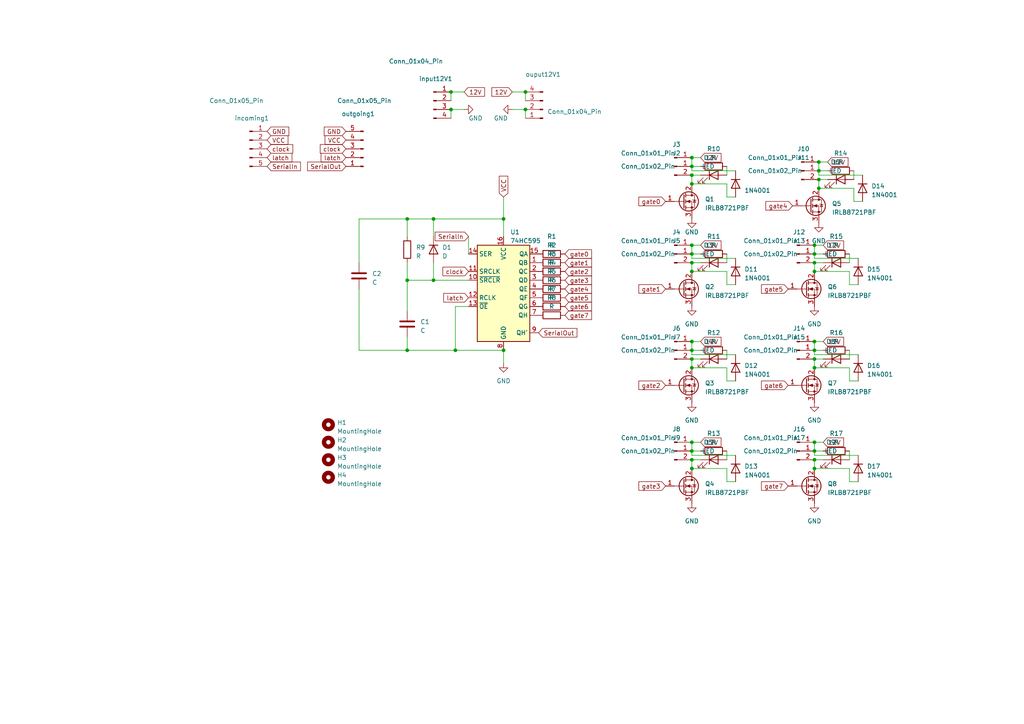
<source format=kicad_sch>
(kicad_sch (version 20230121) (generator eeschema)
  (paper "A4")
  (lib_symbols
    (symbol "74xx:74HC595"
      (property "Reference" "U" (at -7.62 13.97 0))
      (property "Value" "74HC595" (at -7.62 -16.51 0))
      (symbol "74HC595_1_0"
        (pin tri_state line (at 10.16 7.62 180) (length 2.54) (name "QB") (number "1"))
        (pin input line (at -10.16 2.54 0) (length 2.54) (name "~{SRCLR}") (number "10"))
        (pin input line (at -10.16 5.08 0) (length 2.54) (name "SRCLK") (number "11"))
        (pin input line (at -10.16 -2.54 0) (length 2.54) (name "RCLK") (number "12"))
        (pin input line (at -10.16 -5.08 0) (length 2.54) (name "~{OE}") (number "13"))
        (pin input line (at -10.16 10.16 0) (length 2.54) (name "SER") (number "14"))
        (pin tri_state line (at 10.16 10.16 180) (length 2.54) (name "QA") (number "15"))
        (pin power_in line (at 0 15.24 270) (length 2.54) (name "VCC") (number "16"))
        (pin tri_state line (at 10.16 5.08 180) (length 2.54) (name "QC") (number "2"))
        (pin tri_state line (at 10.16 2.54 180) (length 2.54) (name "QD") (number "3"))
        (pin tri_state line (at 10.16 0 180) (length 2.54) (name "QE") (number "4"))
        (pin tri_state line (at 10.16 -2.54 180) (length 2.54) (name "QF") (number "5"))
        (pin tri_state line (at 10.16 -5.08 180) (length 2.54) (name "QG") (number "6"))
        (pin tri_state line (at 10.16 -7.62 180) (length 2.54) (name "QH") (number "7"))
        (pin power_in line (at 0 -17.78 90) (length 2.54) (name "GND") (number "8"))
        (pin output line (at 10.16 -12.7 180) (length 2.54) (name "QH'") (number "9"))
      )
      (symbol "74HC595_1_1"
        (rectangle (start -7.62 12.7) (end 7.62 -15.24) (stroke (width 0.254)) (fill (type background)))
      )
    )
    (symbol "Connector:Conn_01x01_Pin" (pin_names (offset 1.016) hide)
      (property "Reference" "J" (at 0 2.54 0))
      (property "Value" "Conn_01x01_Pin" (at 0 -2.54 0))
      (symbol "Conn_01x01_Pin_1_1"
        (polyline (pts (xy 1.27 0) (xy 0.8636 0)) (stroke (width 0.1524)))
        (rectangle (start 0.8636 0.127) (end 0 -0.127) (stroke (width 0.1524)) (fill (type outline)))
        (pin passive line (at 5.08 0 180) (length 3.81) (name "Pin_1") (number "1"))
      )
    )
    (symbol "Connector:Conn_01x02_Pin" (pin_names (offset 1.016) hide)
      (property "Reference" "J" (at 0 2.54 0))
      (property "Value" "Conn_01x02_Pin" (at 0 -5.08 0))
      (symbol "Conn_01x02_Pin_1_1"
        (polyline (pts (xy 1.27 -2.54) (xy 0.8636 -2.54)) (stroke (width 0.1524)))
        (polyline (pts (xy 1.27 0) (xy 0.8636 0)) (stroke (width 0.1524)))
        (rectangle (start 0.8636 -2.413) (end 0 -2.667) (stroke (width 0.1524)) (fill (type outline)))
        (rectangle (start 0.8636 0.127) (end 0 -0.127) (stroke (width 0.1524)) (fill (type outline)))
        (pin passive line (at 5.08 0 180) (length 3.81) (name "Pin_1") (number "1"))
        (pin passive line (at 5.08 -2.54 180) (length 3.81) (name "Pin_2") (number "2"))
      )
    )
    (symbol "Connector:Conn_01x04_Pin" (pin_names (offset 1.016) hide)
      (property "Reference" "J" (at 0 5.08 0))
      (property "Value" "Conn_01x04_Pin" (at 0 -7.62 0))
      (symbol "Conn_01x04_Pin_1_1"
        (polyline (pts (xy 1.27 -5.08) (xy 0.8636 -5.08)) (stroke (width 0.1524)))
        (polyline (pts (xy 1.27 -2.54) (xy 0.8636 -2.54)) (stroke (width 0.1524)))
        (polyline (pts (xy 1.27 0) (xy 0.8636 0)) (stroke (width 0.1524)))
        (polyline (pts (xy 1.27 2.54) (xy 0.8636 2.54)) (stroke (width 0.1524)))
        (rectangle (start 0.8636 -4.953) (end 0 -5.207) (stroke (width 0.1524)) (fill (type outline)))
        (rectangle (start 0.8636 -2.413) (end 0 -2.667) (stroke (width 0.1524)) (fill (type outline)))
        (rectangle (start 0.8636 0.127) (end 0 -0.127) (stroke (width 0.1524)) (fill (type outline)))
        (rectangle (start 0.8636 2.667) (end 0 2.413) (stroke (width 0.1524)) (fill (type outline)))
        (pin passive line (at 5.08 2.54 180) (length 3.81) (name "Pin_1") (number "1"))
        (pin passive line (at 5.08 0 180) (length 3.81) (name "Pin_2") (number "2"))
        (pin passive line (at 5.08 -2.54 180) (length 3.81) (name "Pin_3") (number "3"))
        (pin passive line (at 5.08 -5.08 180) (length 3.81) (name "Pin_4") (number "4"))
      )
    )
    (symbol "Connector:Conn_01x05_Pin" (pin_names (offset 1.016) hide)
      (property "Reference" "J" (at 0 7.62 0))
      (property "Value" "Conn_01x05_Pin" (at 0 -7.62 0))
      (symbol "Conn_01x05_Pin_1_1"
        (polyline (pts (xy 1.27 -5.08) (xy 0.8636 -5.08)) (stroke (width 0.1524)))
        (polyline (pts (xy 1.27 -2.54) (xy 0.8636 -2.54)) (stroke (width 0.1524)))
        (polyline (pts (xy 1.27 0) (xy 0.8636 0)) (stroke (width 0.1524)))
        (polyline (pts (xy 1.27 2.54) (xy 0.8636 2.54)) (stroke (width 0.1524)))
        (polyline (pts (xy 1.27 5.08) (xy 0.8636 5.08)) (stroke (width 0.1524)))
        (rectangle (start 0.8636 -4.953) (end 0 -5.207) (stroke (width 0.1524)) (fill (type outline)))
        (rectangle (start 0.8636 -2.413) (end 0 -2.667) (stroke (width 0.1524)) (fill (type outline)))
        (rectangle (start 0.8636 0.127) (end 0 -0.127) (stroke (width 0.1524)) (fill (type outline)))
        (rectangle (start 0.8636 2.667) (end 0 2.413) (stroke (width 0.1524)) (fill (type outline)))
        (rectangle (start 0.8636 5.207) (end 0 4.953) (stroke (width 0.1524)) (fill (type outline)))
        (pin passive line (at 5.08 5.08 180) (length 3.81) (name "Pin_1") (number "1"))
        (pin passive line (at 5.08 2.54 180) (length 3.81) (name "Pin_2") (number "2"))
        (pin passive line (at 5.08 0 180) (length 3.81) (name "Pin_3") (number "3"))
        (pin passive line (at 5.08 -2.54 180) (length 3.81) (name "Pin_4") (number "4"))
        (pin passive line (at 5.08 -5.08 180) (length 3.81) (name "Pin_5") (number "5"))
      )
    )
    (symbol "Device:C" (pin_numbers hide) (pin_names (offset 0.254))
      (property "Reference" "C" (at 0.635 2.54 0))
      (property "Value" "C" (at 0.635 -2.54 0))
      (symbol "C_0_1"
        (polyline (pts (xy -2.032 -0.762) (xy 2.032 -0.762)) (stroke (width 0.508)))
        (polyline (pts (xy -2.032 0.762) (xy 2.032 0.762)) (stroke (width 0.508)))
      )
      (symbol "C_1_1"
        (pin passive line (at 0 3.81 270) (length 2.794) (name "~") (number "1"))
        (pin passive line (at 0 -3.81 90) (length 2.794) (name "~") (number "2"))
      )
    )
    (symbol "Device:D" (pin_numbers hide) (pin_names (offset 1.016) hide)
      (property "Reference" "D" (at 0 2.54 0))
      (property "Value" "D" (at 0 -2.54 0))
      (symbol "D_0_1"
        (polyline (pts (xy -1.27 1.27) (xy -1.27 -1.27)) (stroke (width 0.254)))
        (polyline (pts (xy 1.27 0) (xy -1.27 0)))
        (polyline (pts (xy 1.27 1.27) (xy 1.27 -1.27) (xy -1.27 0) (xy 1.27 1.27)) (stroke (width 0.254)))
      )
      (symbol "D_1_1"
        (pin passive line (at -3.81 0 0) (length 2.54) (name "K") (number "1"))
        (pin passive line (at 3.81 0 180) (length 2.54) (name "A") (number "2"))
      )
    )
    (symbol "Device:LED" (pin_numbers hide) (pin_names (offset 1.016) hide)
      (property "Reference" "D" (at 0 2.54 0))
      (property "Value" "LED" (at 0 -2.54 0))
      (symbol "LED_0_1"
        (polyline (pts (xy -1.27 -1.27) (xy -1.27 1.27)) (stroke (width 0.254)))
        (polyline (pts (xy -1.27 0) (xy 1.27 0)))
        (polyline (pts (xy 1.27 -1.27) (xy 1.27 1.27) (xy -1.27 0) (xy 1.27 -1.27)) (stroke (width 0.254)))
        (polyline (pts (xy -3.048 -0.762) (xy -4.572 -2.286) (xy -3.81 -2.286) (xy -4.572 -2.286) (xy -4.572 -1.524)))
        (polyline (pts (xy -1.778 -0.762) (xy -3.302 -2.286) (xy -2.54 -2.286) (xy -3.302 -2.286) (xy -3.302 -1.524)))
      )
      (symbol "LED_1_1"
        (pin passive line (at -3.81 0 0) (length 2.54) (name "K") (number "1"))
        (pin passive line (at 3.81 0 180) (length 2.54) (name "A") (number "2"))
      )
    )
    (symbol "Device:R" (pin_numbers hide) (pin_names (offset 0))
      (property "Reference" "R" (at 2.032 0 90))
      (property "Value" "R" (at 0 0 90))
      (symbol "R_0_1"
        (rectangle (start -1.016 -2.54) (end 1.016 2.54) (stroke (width 0.254)))
      )
      (symbol "R_1_1"
        (pin passive line (at 0 3.81 270) (length 1.27) (name "~") (number "1"))
        (pin passive line (at 0 -3.81 90) (length 1.27) (name "~") (number "2"))
      )
    )
    (symbol "Diode:1N4001" (pin_numbers hide) (pin_names hide)
      (property "Reference" "D" (at 0 2.54 0))
      (property "Value" "1N4001" (at 0 -2.54 0))
      (symbol "1N4001_0_1"
        (polyline (pts (xy -1.27 1.27) (xy -1.27 -1.27)) (stroke (width 0.254)))
        (polyline (pts (xy 1.27 0) (xy -1.27 0)))
        (polyline (pts (xy 1.27 1.27) (xy 1.27 -1.27) (xy -1.27 0) (xy 1.27 1.27)) (stroke (width 0.254)))
      )
      (symbol "1N4001_1_1"
        (pin passive line (at -3.81 0 0) (length 2.54) (name "K") (number "1"))
        (pin passive line (at 3.81 0 180) (length 2.54) (name "A") (number "2"))
      )
    )
    (symbol "Mechanical:MountingHole" (pin_names (offset 1.016))
      (property "Reference" "H" (at 0 5.08 0))
      (property "Value" "MountingHole" (at 0 3.175 0))
      (symbol "MountingHole_0_1"
        (circle (center 0 0) (radius 1.27) (stroke (width 1.27)))
      )
    )
    (symbol "Transistor_FET:IRLB8721PBF" (pin_names hide)
      (property "Reference" "Q" (at 6.35 1.905 0))
      (property "Value" "IRLB8721PBF" (at 6.35 0 0))
      (symbol "IRLB8721PBF_0_1"
        (polyline (pts (xy 0.254 0) (xy -2.54 0)))
        (polyline (pts (xy 0.254 1.905) (xy 0.254 -1.905)) (stroke (width 0.254)))
        (polyline (pts (xy 0.762 -1.27) (xy 0.762 -2.286)) (stroke (width 0.254)))
        (polyline (pts (xy 0.762 0.508) (xy 0.762 -0.508)) (stroke (width 0.254)))
        (polyline (pts (xy 0.762 2.286) (xy 0.762 1.27)) (stroke (width 0.254)))
        (polyline (pts (xy 2.54 2.54) (xy 2.54 1.778)))
        (polyline (pts (xy 2.54 -2.54) (xy 2.54 0) (xy 0.762 0)))
        (polyline (pts (xy 0.762 -1.778) (xy 3.302 -1.778) (xy 3.302 1.778) (xy 0.762 1.778)))
        (polyline (pts (xy 1.016 0) (xy 2.032 0.381) (xy 2.032 -0.381) (xy 1.016 0)) (fill (type outline)))
        (polyline (pts (xy 2.794 0.508) (xy 2.921 0.381) (xy 3.683 0.381) (xy 3.81 0.254)))
        (polyline (pts (xy 3.302 0.381) (xy 2.921 -0.254) (xy 3.683 -0.254) (xy 3.302 0.381)))
        (circle (center 1.651 0) (radius 2.794) (stroke (width 0.254)))
        (circle (center 2.54 -1.778) (radius 0.254) (fill (type outline)))
        (circle (center 2.54 1.778) (radius 0.254) (fill (type outline)))
      )
      (symbol "IRLB8721PBF_1_1"
        (pin input line (at -5.08 0 0) (length 2.54) (name "G") (number "1"))
        (pin passive line (at 2.54 5.08 270) (length 2.54) (name "D") (number "2"))
        (pin passive line (at 2.54 -5.08 90) (length 2.54) (name "S") (number "3"))
      )
    )
    (symbol "power:GND" (power) (pin_names (offset 0))
      (property "Value" "GND" (at 0 -3.81 0))
      (symbol "GND_0_1"
        (polyline (pts (xy 0 0) (xy 0 -1.27) (xy 1.27 -1.27) (xy 0 -2.54) (xy -1.27 -1.27) (xy 0 -1.27)))
      )
      (symbol "GND_1_1"
        (pin power_in line (at 0 0 270) (length 0) hide (name "GND") (number "1"))
      )
    )
  )
  (junction (at 200.66 76.2))
  (junction (at 118.11 101.6))
  (junction (at 146.05 101.6))
  (junction (at 200.66 73.66))
  (junction (at 237.49 46.99))
  (junction (at 125.73 63.5))
  (junction (at 237.49 49.53))
  (junction (at 236.22 71.12))
  (junction (at 236.22 130.81))
  (junction (at 236.22 99.06))
  (junction (at 130.81 31.75))
  (junction (at 200.66 128.27))
  (junction (at 236.22 73.66))
  (junction (at 152.4 26.67))
  (junction (at 236.22 135.89))
  (junction (at 200.66 133.35))
  (junction (at 200.66 50.8))
  (junction (at 200.66 78.74))
  (junction (at 200.66 71.12))
  (junction (at 200.66 48.26))
  (junction (at 237.49 52.07))
  (junction (at 236.22 104.14))
  (junction (at 118.11 63.5))
  (junction (at 118.11 81.28))
  (junction (at 200.66 104.14))
  (junction (at 236.22 133.35))
  (junction (at 236.22 78.74))
  (junction (at 200.66 45.72))
  (junction (at 200.66 135.89))
  (junction (at 236.22 101.6))
  (junction (at 236.22 106.68))
  (junction (at 200.66 99.06))
  (junction (at 200.66 53.34))
  (junction (at 132.08 101.6))
  (junction (at 236.22 128.27))
  (junction (at 236.22 76.2))
  (junction (at 152.4 31.75))
  (junction (at 146.05 63.5))
  (junction (at 200.66 101.6))
  (junction (at 200.66 106.68))
  (junction (at 125.73 81.28))
  (junction (at 130.81 26.67))
  (junction (at 237.49 54.61))
  (junction (at 200.66 130.81))
  (wire (pts (xy 146.05 101.6) (xy 146.05 105.41)))
  (wire (pts (xy 246.38 135.89) (xy 236.22 135.89)))
  (wire (pts (xy 135.89 68.58) (xy 135.89 73.66)))
  (wire (pts (xy 236.22 104.14) (xy 236.22 106.68)))
  (wire (pts (xy 200.66 104.14) (xy 200.66 106.68)))
  (wire (pts (xy 236.22 99.06) (xy 236.22 101.6)))
  (wire (pts (xy 247.65 58.42) (xy 247.65 54.61)))
  (wire (pts (xy 210.82 130.81) (xy 210.82 133.35)))
  (wire (pts (xy 104.14 63.5) (xy 118.11 63.5)))
  (wire (pts (xy 200.66 48.26) (xy 200.66 49.53)))
  (wire (pts (xy 236.22 104.14) (xy 238.76 104.14)))
  (wire (pts (xy 200.66 101.6) (xy 203.2 101.6)))
  (wire (pts (xy 200.66 101.6) (xy 200.66 102.87)))
  (wire (pts (xy 118.11 63.5) (xy 118.11 68.58)))
  (wire (pts (xy 237.49 46.99) (xy 240.03 46.99)))
  (wire (pts (xy 247.65 54.61) (xy 237.49 54.61)))
  (wire (pts (xy 146.05 63.5) (xy 125.73 63.5)))
  (wire (pts (xy 237.49 49.53) (xy 237.49 50.8)))
  (wire (pts (xy 237.49 52.07) (xy 237.49 54.61)))
  (wire (pts (xy 236.22 128.27) (xy 238.76 128.27)))
  (wire (pts (xy 236.22 133.35) (xy 238.76 133.35)))
  (wire (pts (xy 200.66 99.06) (xy 200.66 101.6)))
  (wire (pts (xy 104.14 101.6) (xy 118.11 101.6)))
  (wire (pts (xy 210.82 53.34) (xy 200.66 53.34)))
  (wire (pts (xy 210.82 57.15) (xy 210.82 53.34)))
  (wire (pts (xy 130.81 26.67) (xy 130.81 29.21)))
  (wire (pts (xy 210.82 78.74) (xy 200.66 78.74)))
  (wire (pts (xy 125.73 81.28) (xy 118.11 81.28)))
  (wire (pts (xy 213.36 110.49) (xy 210.82 110.49)))
  (wire (pts (xy 200.66 76.2) (xy 203.2 76.2)))
  (wire (pts (xy 246.38 101.6) (xy 246.38 104.14)))
  (wire (pts (xy 200.66 71.12) (xy 200.66 73.66)))
  (wire (pts (xy 248.92 82.55) (xy 246.38 82.55)))
  (wire (pts (xy 146.05 57.15) (xy 146.05 63.5)))
  (wire (pts (xy 213.36 57.15) (xy 210.82 57.15)))
  (wire (pts (xy 118.11 76.2) (xy 118.11 81.28)))
  (wire (pts (xy 200.66 50.8) (xy 200.66 53.34)))
  (wire (pts (xy 118.11 101.6) (xy 132.08 101.6)))
  (wire (pts (xy 200.66 45.72) (xy 203.2 45.72)))
  (wire (pts (xy 200.66 74.93) (xy 213.36 74.93)))
  (wire (pts (xy 200.66 99.06) (xy 203.2 99.06)))
  (wire (pts (xy 236.22 133.35) (xy 236.22 135.89)))
  (wire (pts (xy 236.22 76.2) (xy 238.76 76.2)))
  (wire (pts (xy 104.14 83.82) (xy 104.14 101.6)))
  (wire (pts (xy 246.38 106.68) (xy 236.22 106.68)))
  (wire (pts (xy 210.82 48.26) (xy 210.82 50.8)))
  (wire (pts (xy 132.08 88.9) (xy 132.08 101.6)))
  (wire (pts (xy 236.22 73.66) (xy 238.76 73.66)))
  (wire (pts (xy 236.22 101.6) (xy 236.22 102.87)))
  (wire (pts (xy 130.81 31.75) (xy 134.62 31.75)))
  (wire (pts (xy 210.82 101.6) (xy 210.82 104.14)))
  (wire (pts (xy 213.36 82.55) (xy 210.82 82.55)))
  (wire (pts (xy 125.73 63.5) (xy 125.73 68.58)))
  (wire (pts (xy 118.11 97.79) (xy 118.11 101.6)))
  (wire (pts (xy 135.89 88.9) (xy 132.08 88.9)))
  (wire (pts (xy 200.66 73.66) (xy 203.2 73.66)))
  (wire (pts (xy 247.65 49.53) (xy 247.65 52.07)))
  (wire (pts (xy 236.22 132.08) (xy 248.92 132.08)))
  (wire (pts (xy 246.38 110.49) (xy 246.38 106.68)))
  (wire (pts (xy 210.82 135.89) (xy 200.66 135.89)))
  (wire (pts (xy 237.49 49.53) (xy 240.03 49.53)))
  (wire (pts (xy 210.82 110.49) (xy 210.82 106.68)))
  (wire (pts (xy 200.66 49.53) (xy 213.36 49.53)))
  (wire (pts (xy 246.38 82.55) (xy 246.38 78.74)))
  (wire (pts (xy 152.4 26.67) (xy 152.4 29.21)))
  (wire (pts (xy 132.08 101.6) (xy 146.05 101.6)))
  (wire (pts (xy 210.82 73.66) (xy 210.82 76.2)))
  (wire (pts (xy 236.22 76.2) (xy 236.22 78.74)))
  (wire (pts (xy 125.73 76.2) (xy 125.73 81.28)))
  (wire (pts (xy 200.66 48.26) (xy 203.2 48.26)))
  (wire (pts (xy 236.22 128.27) (xy 236.22 130.81)))
  (wire (pts (xy 200.66 130.81) (xy 200.66 132.08)))
  (wire (pts (xy 200.66 128.27) (xy 200.66 130.81)))
  (wire (pts (xy 135.89 81.28) (xy 125.73 81.28)))
  (wire (pts (xy 200.66 50.8) (xy 203.2 50.8)))
  (wire (pts (xy 236.22 130.81) (xy 236.22 132.08)))
  (wire (pts (xy 148.59 31.75) (xy 152.4 31.75)))
  (wire (pts (xy 200.66 102.87) (xy 213.36 102.87)))
  (wire (pts (xy 146.05 68.58) (xy 146.05 63.5)))
  (wire (pts (xy 236.22 71.12) (xy 236.22 73.66)))
  (wire (pts (xy 200.66 130.81) (xy 203.2 130.81)))
  (wire (pts (xy 200.66 71.12) (xy 203.2 71.12)))
  (wire (pts (xy 148.59 26.67) (xy 152.4 26.67)))
  (wire (pts (xy 248.92 110.49) (xy 246.38 110.49)))
  (wire (pts (xy 237.49 52.07) (xy 240.03 52.07)))
  (wire (pts (xy 236.22 101.6) (xy 238.76 101.6)))
  (wire (pts (xy 250.19 58.42) (xy 247.65 58.42)))
  (wire (pts (xy 236.22 99.06) (xy 238.76 99.06)))
  (wire (pts (xy 118.11 81.28) (xy 118.11 90.17)))
  (wire (pts (xy 236.22 130.81) (xy 238.76 130.81)))
  (wire (pts (xy 130.81 26.67) (xy 134.62 26.67)))
  (wire (pts (xy 236.22 73.66) (xy 236.22 74.93)))
  (wire (pts (xy 210.82 82.55) (xy 210.82 78.74)))
  (wire (pts (xy 200.66 133.35) (xy 203.2 133.35)))
  (wire (pts (xy 213.36 139.7) (xy 210.82 139.7)))
  (wire (pts (xy 152.4 31.75) (xy 152.4 34.29)))
  (wire (pts (xy 200.66 128.27) (xy 203.2 128.27)))
  (wire (pts (xy 125.73 63.5) (xy 118.11 63.5)))
  (wire (pts (xy 236.22 102.87) (xy 248.92 102.87)))
  (wire (pts (xy 246.38 73.66) (xy 246.38 76.2)))
  (wire (pts (xy 200.66 73.66) (xy 200.66 74.93)))
  (wire (pts (xy 200.66 132.08) (xy 213.36 132.08)))
  (wire (pts (xy 200.66 45.72) (xy 200.66 48.26)))
  (wire (pts (xy 236.22 71.12) (xy 238.76 71.12)))
  (wire (pts (xy 246.38 78.74) (xy 236.22 78.74)))
  (wire (pts (xy 237.49 46.99) (xy 237.49 49.53)))
  (wire (pts (xy 210.82 106.68) (xy 200.66 106.68)))
  (wire (pts (xy 236.22 74.93) (xy 248.92 74.93)))
  (wire (pts (xy 210.82 139.7) (xy 210.82 135.89)))
  (wire (pts (xy 246.38 130.81) (xy 246.38 133.35)))
  (wire (pts (xy 200.66 133.35) (xy 200.66 135.89)))
  (wire (pts (xy 200.66 76.2) (xy 200.66 78.74)))
  (wire (pts (xy 237.49 50.8) (xy 250.19 50.8)))
  (wire (pts (xy 130.81 31.75) (xy 130.81 34.29)))
  (wire (pts (xy 200.66 104.14) (xy 203.2 104.14)))
  (wire (pts (xy 246.38 139.7) (xy 246.38 135.89)))
  (wire (pts (xy 104.14 76.2) (xy 104.14 63.5)))
  (wire (pts (xy 248.92 139.7) (xy 246.38 139.7)))
  (global_label "12V" (shape input) (at 134.62 26.67 0) (property "Intersheetrefs" "${INTERSHEET_REFS}" (effects hide)))
  (global_label "GND" (shape input) (at 100.33 38.1 180) (property "Intersheetrefs" "${INTERSHEET_REFS}" (effects hide)))
  (global_label "VCC" (shape input) (at 146.05 57.15 90) (property "Intersheetrefs" "${INTERSHEET_REFS}" (effects hide)))
  (global_label "VCC" (shape input) (at 100.33 40.64 180) (property "Intersheetrefs" "${INTERSHEET_REFS}" (effects hide)))
  (global_label "latch" (shape input) (at 100.33 45.72 180) (property "Intersheetrefs" "${INTERSHEET_REFS}" (effects hide)))
  (global_label "gate3" (shape input) (at 163.83 81.28 0) (property "Intersheetrefs" "${INTERSHEET_REFS}" (effects hide)))
  (global_label "SerialIn" (shape input) (at 77.47 48.26 0) (property "Intersheetrefs" "${INTERSHEET_REFS}" (effects hide)))
  (global_label "gate3" (shape input) (at 193.04 140.97 180) (property "Intersheetrefs" "${INTERSHEET_REFS}" (effects hide)))
  (global_label "12V" (shape input) (at 238.76 71.12 0) (property "Intersheetrefs" "${INTERSHEET_REFS}" (effects hide)))
  (global_label "gate0" (shape input) (at 193.04 58.42 180) (property "Intersheetrefs" "${INTERSHEET_REFS}" (effects hide)))
  (global_label "12V" (shape input) (at 240.03 46.99 0) (property "Intersheetrefs" "${INTERSHEET_REFS}" (effects hide)))
  (global_label "12V" (shape input) (at 238.76 99.06 0) (property "Intersheetrefs" "${INTERSHEET_REFS}" (effects hide)))
  (global_label "12V" (shape input) (at 203.2 71.12 0) (property "Intersheetrefs" "${INTERSHEET_REFS}" (effects hide)))
  (global_label "12V" (shape input) (at 238.76 128.27 0) (property "Intersheetrefs" "${INTERSHEET_REFS}" (effects hide)))
  (global_label "VCC" (shape input) (at 77.47 40.64 0) (property "Intersheetrefs" "${INTERSHEET_REFS}" (effects hide)))
  (global_label "GND" (shape input) (at 77.47 38.1 0) (property "Intersheetrefs" "${INTERSHEET_REFS}" (effects hide)))
  (global_label "gate1" (shape input) (at 163.83 76.2 0) (property "Intersheetrefs" "${INTERSHEET_REFS}" (effects hide)))
  (global_label "clock" (shape input) (at 100.33 43.18 180) (property "Intersheetrefs" "${INTERSHEET_REFS}" (effects hide)))
  (global_label "clock" (shape input) (at 135.89 78.74 180) (property "Intersheetrefs" "${INTERSHEET_REFS}" (effects hide)))
  (global_label "12V" (shape input) (at 203.2 128.27 0) (property "Intersheetrefs" "${INTERSHEET_REFS}" (effects hide)))
  (global_label "gate1" (shape input) (at 193.04 83.82 180) (property "Intersheetrefs" "${INTERSHEET_REFS}" (effects hide)))
  (global_label "gate4" (shape input) (at 163.83 83.82 0) (property "Intersheetrefs" "${INTERSHEET_REFS}" (effects hide)))
  (global_label "gate0" (shape input) (at 163.83 73.66 0) (property "Intersheetrefs" "${INTERSHEET_REFS}" (effects hide)))
  (global_label "latch" (shape input) (at 135.89 86.36 180) (property "Intersheetrefs" "${INTERSHEET_REFS}" (effects hide)))
  (global_label "gate5" (shape input) (at 228.6 83.82 180) (property "Intersheetrefs" "${INTERSHEET_REFS}" (effects hide)))
  (global_label "gate6" (shape input) (at 228.6 111.76 180) (property "Intersheetrefs" "${INTERSHEET_REFS}" (effects hide)))
  (global_label "gate6" (shape input) (at 163.83 88.9 0) (property "Intersheetrefs" "${INTERSHEET_REFS}" (effects hide)))
  (global_label "gate5" (shape input) (at 163.83 86.36 0) (property "Intersheetrefs" "${INTERSHEET_REFS}" (effects hide)))
  (global_label "clock" (shape input) (at 77.47 43.18 0) (property "Intersheetrefs" "${INTERSHEET_REFS}" (effects hide)))
  (global_label "latch" (shape input) (at 77.47 45.72 0) (property "Intersheetrefs" "${INTERSHEET_REFS}" (effects hide)))
  (global_label "gate2" (shape input) (at 163.83 78.74 0) (property "Intersheetrefs" "${INTERSHEET_REFS}" (effects hide)))
  (global_label "12V" (shape input) (at 203.2 45.72 0) (property "Intersheetrefs" "${INTERSHEET_REFS}" (effects hide)))
  (global_label "gate4" (shape input) (at 229.87 59.69 180) (property "Intersheetrefs" "${INTERSHEET_REFS}" (effects hide)))
  (global_label "SerialOut" (shape input) (at 100.33 48.26 180) (property "Intersheetrefs" "${INTERSHEET_REFS}" (effects hide)))
  (global_label "SerialOut" (shape input) (at 156.21 96.52 0) (property "Intersheetrefs" "${INTERSHEET_REFS}" (effects hide)))
  (global_label "gate7" (shape input) (at 228.6 140.97 180) (property "Intersheetrefs" "${INTERSHEET_REFS}" (effects hide)))
  (global_label "gate7" (shape input) (at 163.83 91.44 0) (property "Intersheetrefs" "${INTERSHEET_REFS}" (effects hide)))
  (global_label "12V" (shape input) (at 203.2 99.06 0) (property "Intersheetrefs" "${INTERSHEET_REFS}" (effects hide)))
  (global_label "gate2" (shape input) (at 193.04 111.76 180) (property "Intersheetrefs" "${INTERSHEET_REFS}" (effects hide)))
  (global_label "12V" (shape input) (at 148.59 26.67 180) (property "Intersheetrefs" "${INTERSHEET_REFS}" (effects hide)))
  (global_label "SerialIn" (shape input) (at 135.89 68.58 180) (property "Intersheetrefs" "${INTERSHEET_REFS}" (effects hide)))
  (symbol (lib_id "Device:R") (at 160.02 81.28 90) (unit 1)
    (property "Reference" "R4" (at 160.02 76.2 90))
    (property "Value" "R" (at 160.02 78.74 90))
    (property "Footprint" "Resistor_THT:R_Axial_DIN0204_L3.6mm_D1.6mm_P7.62mm_Horizontal" (effects hide))
  )
  (symbol (lib_id "Connector:Conn_01x01_Pin") (at 232.41 46.99 0) (unit 1)
    (property "Reference" "J10" (at 233.045 43.18 0))
    (property "Value" "Conn_01x01_Pin" (at 224.79 45.72 0))
    (property "Footprint" "Connector_PinHeader_2.54mm:PinHeader_1x01_P2.54mm_Vertical" (effects hide))
  )
  (symbol (lib_id "Diode:1N4001") (at 248.92 135.89 270) (unit 1)
    (property "Reference" "D17" (at 251.46 135.255 90) (effects (justify left)))
    (property "Value" "1N4001" (at 251.46 137.795 90) (effects (justify left)))
    (property "Footprint" "Diode_THT:D_DO-41_SOD81_P10.16mm_Horizontal" (effects hide))
    (property "Datasheet" "http://www.vishay.com/docs/88503/1n4001.pdf" (effects hide))
    (property "Sim.Device" "D" (effects hide))
    (property "Sim.Pins" "1=K 2=A" (effects hide))
  )
  (symbol (lib_id "Transistor_FET:IRLB8721PBF") (at 233.68 140.97 0) (unit 1)
    (property "Reference" "Q8" (at 240.03 140.335 0) (effects (justify left)))
    (property "Value" "IRLB8721PBF" (at 240.03 142.875 0) (effects (justify left)))
    (property "Footprint" "Package_TO_SOT_THT:TO-220-3_Vertical" (effects hide))
    (property "Datasheet" "http://www.infineon.com/dgdl/irlb8721pbf.pdf?fileId=5546d462533600a40153566056732591" (effects hide))
  )
  (symbol (lib_id "Device:R") (at 242.57 73.66 90) (unit 1)
    (property "Reference" "R15" (at 242.57 68.58 90))
    (property "Value" "R" (at 242.57 71.12 90))
    (property "Footprint" "Resistor_THT:R_Axial_DIN0204_L3.6mm_D1.6mm_P7.62mm_Horizontal" (effects hide))
  )
  (symbol (lib_id "Transistor_FET:IRLB8721PBF") (at 198.12 111.76 0) (unit 1)
    (property "Reference" "Q3" (at 204.47 111.125 0) (effects (justify left)))
    (property "Value" "IRLB8721PBF" (at 204.47 113.665 0) (effects (justify left)))
    (property "Footprint" "Package_TO_SOT_THT:TO-220-3_Vertical" (effects hide))
    (property "Datasheet" "http://www.infineon.com/dgdl/irlb8721pbf.pdf?fileId=5546d462533600a40153566056732591" (effects hide))
  )
  (symbol (lib_id "Connector:Conn_01x05_Pin") (at 105.41 43.18 180) (unit 1)
    (property "Reference" "outgoing1" (at 99.06 33.02 0) (effects (justify right)))
    (property "Value" "Conn_01x05_Pin" (at 97.79 29.21 0) (effects (justify right)))
    (property "Footprint" "Connector_Molex:Molex_KK-254_AE-6410-05A_1x05_P2.54mm_Vertical" (effects hide))
  )
  (symbol (lib_id "Connector:Conn_01x01_Pin") (at 195.58 45.72 0) (unit 1)
    (property "Reference" "J3" (at 196.215 41.91 0))
    (property "Value" "Conn_01x01_Pin" (at 187.96 44.45 0))
    (property "Footprint" "Connector_PinHeader_2.54mm:PinHeader_1x01_P2.54mm_Vertical" (effects hide))
  )
  (symbol (lib_id "power:GND") (at 148.59 31.75 270) (unit 1)
    (property "Reference" "#PWR010" (effects hide))
    (property "Value" "GND" (at 147.32 34.29 90) (effects (justify right)))
  )
  (symbol (lib_id "Connector:Conn_01x02_Pin") (at 232.41 49.53 0) (unit 1)
    (property "Reference" "J11" (at 233.045 45.72 0))
    (property "Value" "Conn_01x02_Pin" (at 224.79 49.53 0))
    (property "Footprint" "Connector_Molex:Molex_KK-254_AE-6410-02A_1x02_P2.54mm_Vertical" (effects hide))
  )
  (symbol (lib_id "Device:R") (at 160.02 76.2 90) (unit 1)
    (property "Reference" "R2" (at 160.02 71.12 90))
    (property "Value" "R" (at 160.02 73.66 90))
    (property "Footprint" "Resistor_THT:R_Axial_DIN0204_L3.6mm_D1.6mm_P7.62mm_Horizontal" (effects hide))
  )
  (symbol (lib_id "Diode:1N4001") (at 213.36 53.34 270) (unit 1)
    (property "Reference" "D10" (effects hide))
    (property "Value" "1N4001" (at 215.9 55.245 90) (effects (justify left)))
    (property "Footprint" "Diode_THT:D_DO-41_SOD81_P10.16mm_Horizontal" (effects hide))
    (property "Datasheet" "http://www.vishay.com/docs/88503/1n4001.pdf" (effects hide))
    (property "Sim.Device" "D" (effects hide))
    (property "Sim.Pins" "1=K 2=A" (effects hide))
  )
  (symbol (lib_id "Device:R") (at 207.01 48.26 90) (unit 1)
    (property "Reference" "R10" (at 207.01 43.18 90))
    (property "Value" "R" (at 207.01 45.72 90))
    (property "Footprint" "Resistor_THT:R_Axial_DIN0204_L3.6mm_D1.6mm_P7.62mm_Horizontal" (effects hide))
  )
  (symbol (lib_id "Connector:Conn_01x02_Pin") (at 231.14 130.81 0) (unit 1)
    (property "Reference" "J17" (at 231.775 127 0))
    (property "Value" "Conn_01x02_Pin" (at 223.52 130.81 0))
    (property "Footprint" "Connector_Molex:Molex_KK-254_AE-6410-02A_1x02_P2.54mm_Vertical" (effects hide))
  )
  (symbol (lib_id "Device:R") (at 242.57 101.6 90) (unit 1)
    (property "Reference" "R16" (at 242.57 96.52 90))
    (property "Value" "R" (at 242.57 99.06 90))
    (property "Footprint" "Resistor_THT:R_Axial_DIN0204_L3.6mm_D1.6mm_P7.62mm_Horizontal" (effects hide))
  )
  (symbol (lib_id "Transistor_FET:IRLB8721PBF") (at 198.12 58.42 0) (unit 1)
    (property "Reference" "Q1" (at 204.47 57.785 0) (effects (justify left)))
    (property "Value" "IRLB8721PBF" (at 204.47 60.325 0) (effects (justify left)))
    (property "Footprint" "Package_TO_SOT_THT:TO-220-3_Vertical" (effects hide))
    (property "Datasheet" "http://www.infineon.com/dgdl/irlb8721pbf.pdf?fileId=5546d462533600a40153566056732591" (effects hide))
  )
  (symbol (lib_id "power:GND") (at 200.66 88.9 0) (unit 1)
    (property "Reference" "#PWR02" (effects hide))
    (property "Value" "GND" (at 200.66 93.98 0))
  )
  (symbol (lib_id "Transistor_FET:IRLB8721PBF") (at 233.68 111.76 0) (unit 1)
    (property "Reference" "Q7" (at 240.03 111.125 0) (effects (justify left)))
    (property "Value" "IRLB8721PBF" (at 240.03 113.665 0) (effects (justify left)))
    (property "Footprint" "Package_TO_SOT_THT:TO-220-3_Vertical" (effects hide))
    (property "Datasheet" "http://www.infineon.com/dgdl/irlb8721pbf.pdf?fileId=5546d462533600a40153566056732591" (effects hide))
  )
  (symbol (lib_id "Connector:Conn_01x01_Pin") (at 231.14 71.12 0) (unit 1)
    (property "Reference" "J12" (at 231.775 67.31 0))
    (property "Value" "Conn_01x01_Pin" (at 223.52 69.85 0))
    (property "Footprint" "Connector_PinHeader_2.54mm:PinHeader_1x01_P2.54mm_Vertical" (effects hide))
  )
  (symbol (lib_id "Device:LED") (at 243.84 52.07 0) (unit 1)
    (property "Reference" "D6" (at 242.2525 46.99 0))
    (property "Value" "LED" (at 242.2525 49.53 0))
    (property "Footprint" "LED_THT:LED_D3.0mm" (effects hide))
  )
  (symbol (lib_id "power:GND") (at 236.22 146.05 0) (unit 1)
    (property "Reference" "#PWR08" (effects hide))
    (property "Value" "GND" (at 236.22 151.13 0))
  )
  (symbol (lib_id "Device:R") (at 118.11 72.39 0) (unit 1)
    (property "Reference" "R9" (at 120.65 71.755 0) (effects (justify left)))
    (property "Value" "R" (at 120.65 74.295 0) (effects (justify left)))
    (property "Footprint" "Resistor_THT:R_Axial_DIN0204_L3.6mm_D1.6mm_P7.62mm_Horizontal" (effects hide))
  )
  (symbol (lib_id "Connector:Conn_01x02_Pin") (at 195.58 101.6 0) (unit 1)
    (property "Reference" "J7" (at 196.215 97.79 0))
    (property "Value" "Conn_01x02_Pin" (at 187.96 101.6 0))
    (property "Footprint" "Connector_Molex:Molex_KK-254_AE-6410-02A_1x02_P2.54mm_Vertical" (effects hide))
  )
  (symbol (lib_id "Connector:Conn_01x02_Pin") (at 195.58 73.66 0) (unit 1)
    (property "Reference" "J5" (at 196.215 69.85 0))
    (property "Value" "Conn_01x02_Pin" (at 187.96 73.66 0))
    (property "Footprint" "Connector_Molex:Molex_KK-254_AE-6410-02A_1x02_P2.54mm_Vertical" (effects hide))
  )
  (symbol (lib_id "Connector:Conn_01x02_Pin") (at 195.58 130.81 0) (unit 1)
    (property "Reference" "J9" (at 196.215 127 0))
    (property "Value" "Conn_01x02_Pin" (at 187.96 130.81 0))
    (property "Footprint" "Connector_Molex:Molex_KK-254_AE-6410-02A_1x02_P2.54mm_Vertical" (effects hide))
  )
  (symbol (lib_id "Device:C") (at 118.11 93.98 0) (unit 1)
    (property "Reference" "C1" (at 121.92 93.345 0) (effects (justify left)))
    (property "Value" "C" (at 121.92 95.885 0) (effects (justify left)))
    (property "Footprint" "Capacitor_THT:C_Disc_D5.0mm_W2.5mm_P5.00mm" (effects hide))
  )
  (symbol (lib_id "Mechanical:MountingHole") (at 95.25 133.35 0) (unit 1)
    (property "Reference" "H3" (at 97.79 132.715 0) (effects (justify left)))
    (property "Value" "MountingHole" (at 97.79 135.255 0) (effects (justify left)))
    (property "Footprint" "MountingHole:MountingHole_3.2mm_M3" (effects hide))
  )
  (symbol (lib_id "Device:R") (at 207.01 73.66 90) (unit 1)
    (property "Reference" "R11" (at 207.01 68.58 90))
    (property "Value" "R" (at 207.01 71.12 90))
    (property "Footprint" "Resistor_THT:R_Axial_DIN0204_L3.6mm_D1.6mm_P7.62mm_Horizontal" (effects hide))
  )
  (symbol (lib_id "Diode:1N4001") (at 250.19 54.61 270) (unit 1)
    (property "Reference" "D14" (at 252.73 53.975 90) (effects (justify left)))
    (property "Value" "1N4001" (at 252.73 56.515 90) (effects (justify left)))
    (property "Footprint" "Diode_THT:D_DO-41_SOD81_P10.16mm_Horizontal" (effects hide))
    (property "Datasheet" "http://www.vishay.com/docs/88503/1n4001.pdf" (effects hide))
    (property "Sim.Device" "D" (effects hide))
    (property "Sim.Pins" "1=K 2=A" (effects hide))
  )
  (symbol (lib_id "Diode:1N4001") (at 248.92 106.68 270) (unit 1)
    (property "Reference" "D16" (at 251.46 106.045 90) (effects (justify left)))
    (property "Value" "1N4001" (at 251.46 108.585 90) (effects (justify left)))
    (property "Footprint" "Diode_THT:D_DO-41_SOD81_P10.16mm_Horizontal" (effects hide))
    (property "Datasheet" "http://www.vishay.com/docs/88503/1n4001.pdf" (effects hide))
    (property "Sim.Device" "D" (effects hide))
    (property "Sim.Pins" "1=K 2=A" (effects hide))
  )
  (symbol (lib_id "Diode:1N4001") (at 248.92 78.74 270) (unit 1)
    (property "Reference" "D15" (at 251.46 78.105 90) (effects (justify left)))
    (property "Value" "1N4001" (at 251.46 80.645 90) (effects (justify left)))
    (property "Footprint" "Diode_THT:D_DO-41_SOD81_P10.16mm_Horizontal" (effects hide))
    (property "Datasheet" "http://www.vishay.com/docs/88503/1n4001.pdf" (effects hide))
    (property "Sim.Device" "D" (effects hide))
    (property "Sim.Pins" "1=K 2=A" (effects hide))
  )
  (symbol (lib_id "Connector:Conn_01x02_Pin") (at 195.58 48.26 0) (unit 1)
    (property "Reference" "J2" (at 196.215 44.45 0))
    (property "Value" "Conn_01x02_Pin" (at 187.96 48.26 0))
    (property "Footprint" "Connector_Molex:Molex_KK-254_AE-6410-02A_1x02_P2.54mm_Vertical" (effects hide))
  )
  (symbol (lib_id "Device:R") (at 207.01 101.6 90) (unit 1)
    (property "Reference" "R12" (at 207.01 96.52 90))
    (property "Value" "R" (at 207.01 99.06 90))
    (property "Footprint" "Resistor_THT:R_Axial_DIN0204_L3.6mm_D1.6mm_P7.62mm_Horizontal" (effects hide))
  )
  (symbol (lib_id "Device:LED") (at 207.01 133.35 0) (unit 1)
    (property "Reference" "D5" (at 205.4225 128.27 0))
    (property "Value" "LED" (at 205.4225 130.81 0))
    (property "Footprint" "LED_THT:LED_D3.0mm" (effects hide))
  )
  (symbol (lib_id "Connector:Conn_01x02_Pin") (at 231.14 73.66 0) (unit 1)
    (property "Reference" "J13" (at 231.775 69.85 0))
    (property "Value" "Conn_01x02_Pin" (at 223.52 73.66 0))
    (property "Footprint" "Connector_Molex:Molex_KK-254_AE-6410-02A_1x02_P2.54mm_Vertical" (effects hide))
  )
  (symbol (lib_id "Device:D") (at 125.73 72.39 270) (unit 1)
    (property "Reference" "D1" (at 128.27 71.755 90) (effects (justify left)))
    (property "Value" "D" (at 128.27 74.295 90) (effects (justify left)))
    (property "Footprint" "Diode_THT:D_DO-41_SOD81_P7.62mm_Horizontal" (effects hide))
    (property "Sim.Device" "D" (effects hide))
    (property "Sim.Pins" "1=K 2=A" (effects hide))
  )
  (symbol (lib_id "power:GND") (at 134.62 31.75 90) (unit 1)
    (property "Reference" "#PWR09" (effects hide))
    (property "Value" "GND" (at 135.89 34.29 90) (effects (justify right)))
  )
  (symbol (lib_id "Transistor_FET:IRLB8721PBF") (at 198.12 140.97 0) (unit 1)
    (property "Reference" "Q4" (at 204.47 140.335 0) (effects (justify left)))
    (property "Value" "IRLB8721PBF" (at 204.47 142.875 0) (effects (justify left)))
    (property "Footprint" "Package_TO_SOT_THT:TO-220-3_Vertical" (effects hide))
    (property "Datasheet" "http://www.infineon.com/dgdl/irlb8721pbf.pdf?fileId=5546d462533600a40153566056732591" (effects hide))
  )
  (symbol (lib_id "Mechanical:MountingHole") (at 95.25 123.19 0) (unit 1)
    (property "Reference" "H1" (at 97.79 122.555 0) (effects (justify left)))
    (property "Value" "MountingHole" (at 97.79 125.095 0) (effects (justify left)))
    (property "Footprint" "MountingHole:MountingHole_3.2mm_M3" (effects hide))
  )
  (symbol (lib_id "Device:R") (at 160.02 88.9 90) (unit 1)
    (property "Reference" "R7" (at 160.02 83.82 90))
    (property "Value" "R" (at 160.02 86.36 90))
    (property "Footprint" "Resistor_THT:R_Axial_DIN0204_L3.6mm_D1.6mm_P7.62mm_Horizontal" (effects hide))
  )
  (symbol (lib_id "Connector:Conn_01x01_Pin") (at 231.14 128.27 0) (unit 1)
    (property "Reference" "J16" (at 231.775 124.46 0))
    (property "Value" "Conn_01x01_Pin" (at 223.52 127 0))
    (property "Footprint" "Connector_PinHeader_2.54mm:PinHeader_1x01_P2.54mm_Vertical" (effects hide))
  )
  (symbol (lib_id "power:GND") (at 236.22 88.9 0) (unit 1)
    (property "Reference" "#PWR06" (effects hide))
    (property "Value" "GND" (at 236.22 93.98 0))
  )
  (symbol (lib_id "Mechanical:MountingHole") (at 95.25 138.43 0) (unit 1)
    (property "Reference" "H4" (at 97.79 137.795 0) (effects (justify left)))
    (property "Value" "MountingHole" (at 97.79 140.335 0) (effects (justify left)))
    (property "Footprint" "MountingHole:MountingHole_3.2mm_M3" (effects hide))
  )
  (symbol (lib_id "Device:R") (at 160.02 78.74 90) (unit 1)
    (property "Reference" "R3" (at 160.02 73.66 90))
    (property "Value" "R" (at 160.02 76.2 90))
    (property "Footprint" "Resistor_THT:R_Axial_DIN0204_L3.6mm_D1.6mm_P7.62mm_Horizontal" (effects hide))
  )
  (symbol (lib_id "Device:R") (at 242.57 130.81 90) (unit 1)
    (property "Reference" "R17" (at 242.57 125.73 90))
    (property "Value" "R" (at 242.57 128.27 90))
    (property "Footprint" "Resistor_THT:R_Axial_DIN0204_L3.6mm_D1.6mm_P7.62mm_Horizontal" (effects hide))
  )
  (symbol (lib_id "Connector:Conn_01x04_Pin") (at 157.48 31.75 180) (unit 1)
    (property "Reference" "ouput12V1" (at 152.4 21.59 0) (effects (justify right)))
    (property "Value" "Conn_01x04_Pin" (at 158.75 32.385 0) (effects (justify right)))
    (property "Footprint" "Connector_PinHeader_2.54mm:PinHeader_1x04_P2.54mm_Vertical" (effects hide))
  )
  (symbol (lib_id "Transistor_FET:IRLB8721PBF") (at 198.12 83.82 0) (unit 1)
    (property "Reference" "Q2" (at 204.47 83.185 0) (effects (justify left)))
    (property "Value" "IRLB8721PBF" (at 204.47 85.725 0) (effects (justify left)))
    (property "Footprint" "Package_TO_SOT_THT:TO-220-3_Vertical" (effects hide))
    (property "Datasheet" "http://www.infineon.com/dgdl/irlb8721pbf.pdf?fileId=5546d462533600a40153566056732591" (effects hide))
  )
  (symbol (lib_id "Transistor_FET:IRLB8721PBF") (at 234.95 59.69 0) (unit 1)
    (property "Reference" "Q5" (at 241.3 59.055 0) (effects (justify left)))
    (property "Value" "IRLB8721PBF" (at 241.3 61.595 0) (effects (justify left)))
    (property "Footprint" "Package_TO_SOT_THT:TO-220-3_Vertical" (effects hide))
    (property "Datasheet" "http://www.infineon.com/dgdl/irlb8721pbf.pdf?fileId=5546d462533600a40153566056732591" (effects hide))
  )
  (symbol (lib_id "Diode:1N4001") (at 213.36 135.89 270) (unit 1)
    (property "Reference" "D13" (at 215.9 135.255 90) (effects (justify left)))
    (property "Value" "1N4001" (at 215.9 137.795 90) (effects (justify left)))
    (property "Footprint" "Diode_THT:D_DO-41_SOD81_P10.16mm_Horizontal" (effects hide))
    (property "Datasheet" "http://www.vishay.com/docs/88503/1n4001.pdf" (effects hide))
    (property "Sim.Device" "D" (effects hide))
    (property "Sim.Pins" "1=K 2=A" (effects hide))
  )
  (symbol (lib_id "Connector:Conn_01x04_Pin") (at 125.73 29.21 0) (unit 1)
    (property "Reference" "input12V1" (at 126.365 22.86 0))
    (property "Value" "Conn_01x04_Pin" (at 120.65 17.78 0))
    (property "Footprint" "Connector_PinHeader_2.54mm:PinHeader_1x04_P2.54mm_Vertical" (effects hide))
  )
  (symbol (lib_id "Device:C") (at 104.14 80.01 0) (unit 1)
    (property "Reference" "C2" (at 107.95 79.375 0) (effects (justify left)))
    (property "Value" "C" (at 107.95 81.915 0) (effects (justify left)))
    (property "Footprint" "Capacitor_THT:C_Disc_D5.0mm_W2.5mm_P5.00mm" (effects hide))
  )
  (symbol (lib_id "power:GND") (at 200.66 63.5 0) (unit 1)
    (property "Reference" "#PWR01" (effects hide))
    (property "Value" "GND" (at 200.66 67.31 0))
  )
  (symbol (lib_id "Device:LED") (at 242.57 104.14 0) (unit 1)
    (property "Reference" "D8" (at 240.9825 99.06 0))
    (property "Value" "LED" (at 240.9825 101.6 0))
    (property "Footprint" "LED_THT:LED_D3.0mm" (effects hide))
  )
  (symbol (lib_id "power:GND") (at 236.22 116.84 0) (unit 1)
    (property "Reference" "#PWR07" (effects hide))
    (property "Value" "GND" (at 236.22 121.92 0))
  )
  (symbol (lib_id "Device:R") (at 160.02 83.82 90) (unit 1)
    (property "Reference" "R5" (at 160.02 78.74 90))
    (property "Value" "R" (at 160.02 81.28 90))
    (property "Footprint" "Resistor_THT:R_Axial_DIN0204_L3.6mm_D1.6mm_P7.62mm_Horizontal" (effects hide))
  )
  (symbol (lib_id "power:GND") (at 200.66 146.05 0) (unit 1)
    (property "Reference" "#PWR04" (effects hide))
    (property "Value" "GND" (at 200.66 151.13 0))
  )
  (symbol (lib_id "Device:R") (at 160.02 73.66 90) (unit 1)
    (property "Reference" "R1" (at 160.02 68.58 90))
    (property "Value" "R" (at 160.02 71.12 90))
    (property "Footprint" "Resistor_THT:R_Axial_DIN0204_L3.6mm_D1.6mm_P7.62mm_Horizontal" (effects hide))
  )
  (symbol (lib_id "Device:R") (at 243.84 49.53 90) (unit 1)
    (property "Reference" "R14" (at 243.84 44.45 90))
    (property "Value" "R" (at 243.84 46.99 90))
    (property "Footprint" "Resistor_THT:R_Axial_DIN0204_L3.6mm_D1.6mm_P7.62mm_Horizontal" (effects hide))
  )
  (symbol (lib_id "Device:R") (at 207.01 130.81 90) (unit 1)
    (property "Reference" "R13" (at 207.01 125.73 90))
    (property "Value" "R" (at 207.01 128.27 90))
    (property "Footprint" "Resistor_THT:R_Axial_DIN0204_L3.6mm_D1.6mm_P7.62mm_Horizontal" (effects hide))
  )
  (symbol (lib_id "Mechanical:MountingHole") (at 95.25 128.27 0) (unit 1)
    (property "Reference" "H2" (at 97.79 127.635 0) (effects (justify left)))
    (property "Value" "MountingHole" (at 97.79 130.175 0) (effects (justify left)))
    (property "Footprint" "MountingHole:MountingHole_3.2mm_M3" (effects hide))
  )
  (symbol (lib_id "74xx:74HC595") (at 146.05 83.82 0) (unit 1)
    (property "Reference" "U1" (at 148.0059 67.31 0) (effects (justify left)))
    (property "Value" "74HC595" (at 148.0059 69.85 0) (effects (justify left)))
    (property "Footprint" "Package_DIP:DIP-16_W7.62mm_LongPads" (effects hide))
    (property "Datasheet" "http://www.ti.com/lit/ds/symlink/sn74hc595.pdf" (effects hide))
  )
  (symbol (lib_id "power:GND") (at 200.66 116.84 0) (unit 1)
    (property "Reference" "#PWR03" (effects hide))
    (property "Value" "GND" (at 200.66 121.92 0))
  )
  (symbol (lib_id "Device:LED") (at 207.01 104.14 0) (unit 1)
    (property "Reference" "D4" (at 205.4225 99.06 0))
    (property "Value" "LED" (at 205.4225 101.6 0))
    (property "Footprint" "LED_THT:LED_D3.0mm" (effects hide))
  )
  (symbol (lib_id "Connector:Conn_01x01_Pin") (at 195.58 99.06 0) (unit 1)
    (property "Reference" "J6" (at 196.215 95.25 0))
    (property "Value" "Conn_01x01_Pin" (at 187.96 97.79 0))
    (property "Footprint" "Connector_PinHeader_2.54mm:PinHeader_1x01_P2.54mm_Vertical" (effects hide))
  )
  (symbol (lib_id "power:GND") (at 237.49 64.77 0) (unit 1)
    (property "Reference" "#PWR05" (effects hide))
    (property "Value" "GND" (at 237.49 69.85 0))
  )
  (symbol (lib_id "Diode:1N4001") (at 213.36 106.68 270) (unit 1)
    (property "Reference" "D12" (at 215.9 106.045 90) (effects (justify left)))
    (property "Value" "1N4001" (at 215.9 108.585 90) (effects (justify left)))
    (property "Footprint" "Diode_THT:D_DO-41_SOD81_P10.16mm_Horizontal" (effects hide))
    (property "Datasheet" "http://www.vishay.com/docs/88503/1n4001.pdf" (effects hide))
    (property "Sim.Device" "D" (effects hide))
    (property "Sim.Pins" "1=K 2=A" (effects hide))
  )
  (symbol (lib_id "Connector:Conn_01x01_Pin") (at 231.14 99.06 0) (unit 1)
    (property "Reference" "J14" (at 231.775 95.25 0))
    (property "Value" "Conn_01x01_Pin" (at 223.52 97.79 0))
    (property "Footprint" "Connector_PinHeader_2.54mm:PinHeader_1x01_P2.54mm_Vertical" (effects hide))
  )
  (symbol (lib_id "Connector:Conn_01x01_Pin") (at 195.58 128.27 0) (unit 1)
    (property "Reference" "J8" (at 196.215 124.46 0))
    (property "Value" "Conn_01x01_Pin" (at 187.96 127 0))
    (property "Footprint" "Connector_PinHeader_2.54mm:PinHeader_1x01_P2.54mm_Vertical" (effects hide))
  )
  (symbol (lib_id "Diode:1N4001") (at 213.36 78.74 270) (unit 1)
    (property "Reference" "D11" (at 215.9 78.105 90) (effects (justify left)))
    (property "Value" "1N4001" (at 215.9 80.645 90) (effects (justify left)))
    (property "Footprint" "Diode_THT:D_DO-41_SOD81_P10.16mm_Horizontal" (effects hide))
    (property "Datasheet" "http://www.vishay.com/docs/88503/1n4001.pdf" (effects hide))
    (property "Sim.Device" "D" (effects hide))
    (property "Sim.Pins" "1=K 2=A" (effects hide))
  )
  (symbol (lib_id "Device:LED") (at 242.57 76.2 0) (unit 1)
    (property "Reference" "D7" (at 240.9825 71.12 0))
    (property "Value" "LED" (at 240.9825 73.66 0))
    (property "Footprint" "LED_THT:LED_D3.0mm" (effects hide))
  )
  (symbol (lib_id "Connector:Conn_01x05_Pin") (at 72.39 43.18 0) (unit 1)
    (property "Reference" "incoming1" (at 73.025 34.29 0))
    (property "Value" "Conn_01x05_Pin" (at 68.58 29.21 0))
    (property "Footprint" "Connector_Molex:Molex_KK-254_AE-6410-05A_1x05_P2.54mm_Vertical" (effects hide))
  )
  (symbol (lib_id "Device:LED") (at 242.57 133.35 0) (unit 1)
    (property "Reference" "D9" (at 240.9825 128.27 0))
    (property "Value" "LED" (at 240.9825 130.81 0))
    (property "Footprint" "LED_THT:LED_D3.0mm" (effects hide))
  )
  (symbol (lib_id "Device:R") (at 160.02 91.44 90) (unit 1)
    (property "Reference" "R8" (at 160.02 86.36 90))
    (property "Value" "R" (at 160.02 88.9 90))
    (property "Footprint" "Resistor_THT:R_Axial_DIN0204_L3.6mm_D1.6mm_P7.62mm_Horizontal" (effects hide))
  )
  (symbol (lib_id "Device:LED") (at 207.01 50.8 0) (unit 1)
    (property "Reference" "D2" (at 205.4225 45.72 0))
    (property "Value" "LED" (at 205.4225 48.26 0))
    (property "Footprint" "LED_THT:LED_D3.0mm" (effects hide))
  )
  (symbol (lib_id "Connector:Conn_01x01_Pin") (at 195.58 71.12 0) (unit 1)
    (property "Reference" "J4" (at 196.215 67.31 0))
    (property "Value" "Conn_01x01_Pin" (at 187.96 69.85 0))
    (property "Footprint" "Connector_PinHeader_2.54mm:PinHeader_1x01_P2.54mm_Vertical" (effects hide))
  )
  (symbol (lib_id "power:GND") (at 146.05 105.41 0) (mirror y) (unit 1)
    (property "Reference" "#PWR011" (effects hide))
    (property "Value" "GND" (at 146.05 110.49 0))
  )
  (symbol (lib_id "Device:LED") (at 207.01 76.2 0) (unit 1)
    (property "Reference" "D3" (at 205.4225 71.12 0))
    (property "Value" "LED" (at 205.4225 73.66 0))
    (property "Footprint" "LED_THT:LED_D3.0mm" (effects hide))
  )
  (symbol (lib_id "Device:R") (at 160.02 86.36 90) (unit 1)
    (property "Reference" "R6" (at 160.02 81.28 90))
    (property "Value" "R" (at 160.02 83.82 90))
    (property "Footprint" "Resistor_THT:R_Axial_DIN0204_L3.6mm_D1.6mm_P7.62mm_Horizontal" (effects hide))
  )
  (symbol (lib_id "Transistor_FET:IRLB8721PBF") (at 233.68 83.82 0) (unit 1)
    (property "Reference" "Q6" (at 240.03 83.185 0) (effects (justify left)))
    (property "Value" "IRLB8721PBF" (at 240.03 85.725 0) (effects (justify left)))
    (property "Footprint" "Package_TO_SOT_THT:TO-220-3_Vertical" (effects hide))
    (property "Datasheet" "http://www.infineon.com/dgdl/irlb8721pbf.pdf?fileId=5546d462533600a40153566056732591" (effects hide))
  )
  (symbol (lib_id "Connector:Conn_01x02_Pin") (at 231.14 101.6 0) (unit 1)
    (property "Reference" "J15" (at 231.775 97.79 0))
    (property "Value" "Conn_01x02_Pin" (at 223.52 101.6 0))
    (property "Footprint" "Connector_Molex:Molex_KK-254_AE-6410-02A_1x02_P2.54mm_Vertical" (effects hide))
  )
)
</source>
